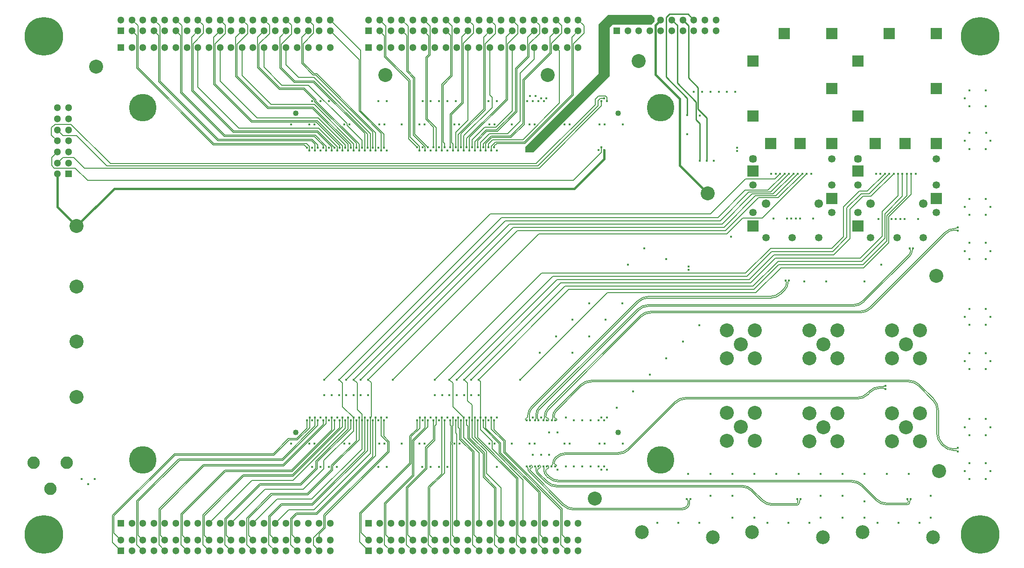
<source format=gbl>
G04 Layer_Physical_Order=4*
G04 Layer_Color=16711680*
%FSLAX25Y25*%
%MOIN*%
G70*
G01*
G75*
%ADD10C,0.00524*%
%ADD11C,0.00525*%
%ADD12C,0.00800*%
%ADD29C,0.00500*%
%ADD31C,0.01000*%
%ADD34C,0.01600*%
%ADD35C,0.05709*%
%ADD36C,0.05315*%
%ADD37R,0.07874X0.07874*%
%ADD38C,0.06102*%
%ADD39C,0.09843*%
%ADD40C,0.19685*%
%ADD41C,0.04016*%
%ADD42C,0.05118*%
%ADD43R,0.05118X0.05118*%
%ADD44C,0.10000*%
%ADD45R,0.05118X0.05118*%
%ADD46C,0.08858*%
%ADD47C,0.27559*%
%ADD48C,0.01600*%
%ADD63C,0.01500*%
%ADD64C,0.00524*%
%ADD65C,0.00525*%
G36*
X456000Y389300D02*
Y386400D01*
X453800Y384200D01*
X426300D01*
X424000Y381900D01*
X424000Y347500D01*
X369400Y292900D01*
X363800Y292900D01*
Y297000D01*
X416000Y349200D01*
X416000Y384600D01*
X422700Y391300D01*
X454000D01*
X456000Y389300D01*
D02*
G37*
D10*
X657878Y91660D02*
G03*
X661007Y84107I10682J0D01*
G01*
X657878Y108680D02*
G03*
X654949Y115751I-10000J0D01*
G01*
X662117Y82996D02*
G03*
X669981Y79739I7864J7864D01*
G01*
X644829Y125871D02*
G03*
X637758Y128800I-7071J-7071D01*
G01*
X411042D02*
G03*
X403971Y125871I0J-10000D01*
G01*
X672900Y79100D02*
G03*
X671357Y79739I-1543J-1543D01*
G01*
X386083Y102417D02*
G03*
X385400Y102700I-683J-683D01*
G01*
X386201Y102299D02*
G03*
X386200Y102300I-484J-482D01*
G01*
X386400Y101817D02*
G03*
X386201Y102299I-683J0D01*
G01*
X384500Y103824D02*
G03*
X384800Y103100I1024J0D01*
G01*
X386055Y107955D02*
G03*
X384500Y104200I3756J-3755D01*
G01*
X385059Y102841D02*
G03*
X385400Y102700I341J341D01*
G01*
X386259Y101459D02*
G03*
X386400Y101800I-341J341D01*
G01*
X386199Y101399D02*
G03*
X386200Y101400I-482J484D01*
G01*
X385717Y101200D02*
G03*
X386199Y101399I0J683D01*
G01*
X672900Y236800D02*
G03*
X671357Y237439I-1543J-1543D01*
G01*
X670800D02*
G03*
X664209Y234709I0J-9321D01*
G01*
X603071Y178178D02*
G03*
X610935Y181436I0J11122D01*
G01*
X453620Y178178D02*
G03*
X446549Y175249I0J-10000D01*
G01*
X380500Y102000D02*
G03*
X379600Y102900I-900J0D01*
G01*
X380763Y109463D02*
G03*
X378500Y104000I5463J-5463D01*
G01*
Y103700D02*
G03*
X379300Y102900I800J0D01*
G01*
X379098Y101202D02*
G03*
X379200Y101100I102J0D01*
G01*
X380000D02*
G03*
X380500Y101600I0J500D01*
G01*
X598058Y182878D02*
G03*
X605922Y186135I0J11122D01*
G01*
X451720Y182878D02*
G03*
X444649Y179949I0J-10000D01*
G01*
X374085Y109385D02*
G03*
X372600Y105800I3585J-3585D01*
G01*
Y102648D02*
G03*
X373200Y101200I2049J0D01*
G01*
X551995Y201305D02*
G03*
X551522Y200163I1142J-1142D01*
G01*
X549494Y194707D02*
G03*
X551522Y199604I-4898J4897D01*
G01*
X539423Y188778D02*
G03*
X546494Y191707I0J10000D01*
G01*
X451720Y188778D02*
G03*
X444649Y185849I0J-10000D01*
G01*
X368700Y109900D02*
G03*
X366700Y105072I4828J-4828D01*
G01*
Y102648D02*
G03*
X367300Y101200I2049J0D01*
G01*
X659000Y91660D02*
G03*
X661800Y84900I9560J0D01*
G01*
X671357Y80861D02*
G03*
X672900Y81500I0J2182D01*
G01*
X662910Y83790D02*
G03*
X669981Y80861I7071J7071D01*
G01*
X645622Y126664D02*
G03*
X637758Y129922I-7864J-7864D01*
G01*
X659000Y108680D02*
G03*
X655742Y116544I-11122J0D01*
G01*
X411042Y129922D02*
G03*
X403178Y126664I0J-11122D01*
G01*
X385262Y108749D02*
G03*
X383378Y104200I4549J-4549D01*
G01*
X382726Y101226D02*
G03*
X383378Y102800I-1574J1574D01*
G01*
X671357Y238561D02*
G03*
X672900Y239200I0J2182D01*
G01*
X670800Y238561D02*
G03*
X663415Y235502I0J-10443D01*
G01*
X603071Y179300D02*
G03*
X610142Y182229I0J10000D01*
G01*
X453620Y179300D02*
G03*
X445756Y176042I0J-11122D01*
G01*
X379969Y110256D02*
G03*
X377378Y104000I6256J-6256D01*
G01*
X376700Y101200D02*
G03*
X377378Y102837I-1637J1636D01*
G01*
X637924Y219724D02*
G03*
X639139Y222657I-2933J2933D01*
G01*
X598058Y184000D02*
G03*
X605129Y186929I0J10000D01*
G01*
X451720Y184000D02*
G03*
X443856Y180742I0J-11122D01*
G01*
X373291Y110178D02*
G03*
X371478Y105800I4378J-4378D01*
G01*
X550400Y199900D02*
G03*
X549976Y200924I-1448J0D01*
G01*
X538493Y189900D02*
G03*
X546358Y193158I0J11122D01*
G01*
X451720Y189900D02*
G03*
X443856Y186642I0J-11122D01*
G01*
X367907Y110693D02*
G03*
X365578Y105072I5622J-5622D01*
G01*
X364900Y102800D02*
G03*
X365578Y103478I0J678D01*
G01*
X363900Y102100D02*
G03*
X364800Y101200I900J0D01*
G01*
X364600Y102800D02*
G03*
X363900Y102100I0J-700D01*
G01*
X621100Y123700D02*
G03*
X619799Y124239I-1301J-1301D01*
G01*
X617381D02*
G03*
X610310Y121310I0J-10000D01*
G01*
X600871Y116478D02*
G03*
X608736Y119736I0J11122D01*
G01*
X478320Y116478D02*
G03*
X471249Y113549I0J-10000D01*
G01*
X430071Y76978D02*
G03*
X437935Y80235I0J11122D01*
G01*
X393120Y76978D02*
G03*
X386049Y74049I0J-10000D01*
G01*
X385985Y73985D02*
G03*
X384500Y70400I3585J-3585D01*
G01*
X385500Y68300D02*
G03*
X386200Y69000I0J700D01*
G01*
D02*
G03*
X385500Y69700I-700J0D01*
G01*
X384500Y70400D02*
G03*
X385200Y69700I700J0D01*
G01*
X604836Y55064D02*
G03*
X596971Y58322I-7864J-7864D01*
G01*
X637439Y43457D02*
G03*
X636800Y45000I-2182J0D01*
G01*
X380600Y68300D02*
G03*
X379800Y69100I-800J0D01*
G01*
X380749Y61251D02*
G03*
X387820Y58322I7071J7071D01*
G01*
X636600Y42000D02*
G03*
X637439Y42839I0J839D01*
G01*
X614971Y44929D02*
G03*
X622042Y42000I7071J7071D01*
G01*
X379800Y69100D02*
G03*
X379100Y68400I0J-700D01*
G01*
X379500Y66500D02*
G03*
X380600Y67600I0J1100D01*
G01*
X379199Y62801D02*
G03*
X379200Y62800I1932J1930D01*
G01*
X379100Y66500D02*
G03*
X378400Y65800I0J-700D01*
G01*
Y64731D02*
G03*
X379199Y62801I2731J0D01*
G01*
X526235Y51464D02*
G03*
X518371Y54722I-7864J-7864D01*
G01*
X558639Y43457D02*
G03*
X558000Y45000I-2182J0D01*
G01*
X379349Y57651D02*
G03*
X386420Y54722I7071J7071D01*
G01*
X557639Y41600D02*
G03*
X558639Y42600I0J1000D01*
G01*
X533171Y44529D02*
G03*
X540242Y41600I7071J7071D01*
G01*
X374100Y69200D02*
G03*
X373200Y68300I0J-900D01*
G01*
X374900Y68500D02*
G03*
X374200Y69200I-700J0D01*
G01*
X374100Y67100D02*
G03*
X374900Y67900I0J800D01*
G01*
X374100Y67100D02*
G03*
X372500Y65500I0J-1600D01*
G01*
Y65136D02*
G03*
X372950Y64050I1536J0D01*
G01*
X479647Y44653D02*
G03*
X479646Y44653I-854J-853D01*
G01*
X480000Y43800D02*
G03*
X479647Y44653I-1207J0D01*
G01*
X475437Y38300D02*
G03*
X479300Y39900I0J5463D01*
G01*
X391271Y41229D02*
G03*
X398342Y38300I7071J7071D01*
G01*
X368700Y68500D02*
G03*
X367900Y69300I-800J0D01*
G01*
D02*
G03*
X367300Y68700I0J-600D01*
G01*
X367900Y66800D02*
G03*
X368700Y67600I0J800D01*
G01*
X367600Y66800D02*
G03*
X367000Y66200I0J-600D01*
G01*
Y65958D02*
G03*
X367324Y65176I1106J0D01*
G01*
X619316Y125361D02*
G03*
X621100Y126100I0J2523D01*
G01*
X617381Y125361D02*
G03*
X609517Y122103I0J-11122D01*
G01*
X600871Y117600D02*
G03*
X607942Y120529I0J10000D01*
G01*
X478320Y117600D02*
G03*
X470456Y114342I0J-11122D01*
G01*
X430071Y78100D02*
G03*
X437142Y81029I0J10000D01*
G01*
X393120Y78100D02*
G03*
X385256Y74842I0J-11122D01*
G01*
X385191Y74778D02*
G03*
X383378Y70400I4378J-4378D01*
G01*
X639200Y45000D02*
G03*
X638561Y43457I1543J-1543D01*
G01*
X604042Y54271D02*
G03*
X596971Y57200I-7071J-7071D01*
G01*
X636600Y40878D02*
G03*
X638561Y42839I0J1961D01*
G01*
X614178Y44135D02*
G03*
X622042Y40878I7864J7864D01*
G01*
X377278Y67722D02*
G03*
X376700Y68300I-578J0D01*
G01*
X377278Y64731D02*
G03*
X378407Y62007I3853J0D01*
G01*
X379956Y60458D02*
G03*
X387820Y57200I7864J7864D01*
G01*
X560400Y45000D02*
G03*
X559761Y43457I1543J-1543D01*
G01*
X525442Y50671D02*
G03*
X518371Y53600I-7071J-7071D01*
G01*
X557639Y40478D02*
G03*
X559761Y42600I0J2122D01*
G01*
X532378Y43736D02*
G03*
X540242Y40478I7864J7864D01*
G01*
X371378Y67722D02*
G03*
X370800Y68300I-578J0D01*
G01*
X378556Y56858D02*
G03*
X386420Y53600I7864J7864D01*
G01*
X371378Y65136D02*
G03*
X372157Y63257I2658J0D01*
G01*
X481562Y44862D02*
G03*
X481122Y43800I1062J-1062D01*
G01*
X475437Y37178D02*
G03*
X480093Y39107I0J6585D01*
G01*
X390474Y40435D02*
G03*
X398338Y37178I7864J7864D01*
G01*
X480093Y39107D02*
G03*
X481122Y41590I-2483J2483D01*
G01*
X479300Y39900D02*
G03*
X480000Y41590I-1690J1690D01*
G01*
X548700Y195500D02*
G03*
X550400Y199604I-4104J4104D01*
G01*
X382600Y68300D02*
G03*
X383378Y70178I-1878J1878D01*
G01*
X640900Y224200D02*
G03*
X640261Y222657I1543J-1543D01*
G01*
X639139Y222657D02*
G03*
X638500Y224200I-2182J0D01*
G01*
X370800Y101200D02*
G03*
X371478Y102837I-1637J1637D01*
G01*
X638717Y218931D02*
G03*
X640261Y222657I-3727J3727D01*
G01*
X661007Y84107D02*
X662117Y82996D01*
X669981Y79739D02*
X671357D01*
X411042Y128800D02*
X637758D01*
X644829Y125871D02*
X654949Y115751D01*
X657878Y91660D02*
Y108680D01*
X386400Y101800D02*
Y101817D01*
X386055Y107955D02*
X403971Y125871D01*
X386200Y102300D02*
X386201Y102299D01*
X386083Y102417D02*
X386200Y102300D01*
X386201Y102299D01*
X384500Y103824D02*
Y104200D01*
X384800Y103100D02*
X385059Y102841D01*
X386200Y101400D02*
X386259Y101459D01*
X386199Y101399D02*
X386200Y101400D01*
X386199Y101399D02*
X386200Y101400D01*
X385100Y101200D02*
X385717D01*
X670800Y237439D02*
X671357D01*
X453620Y178178D02*
X603071D01*
X380763Y109463D02*
X446549Y175249D01*
X380500Y101600D02*
Y102000D01*
X379300Y102900D02*
X379600D01*
X378500Y103700D02*
Y104000D01*
X379200Y101100D02*
X380000D01*
X451720Y182878D02*
X598058D01*
X374085Y109385D02*
X444649Y179949D01*
X372600Y102648D02*
Y105800D01*
X551522Y199604D02*
Y200163D01*
X546494Y191707D02*
X549494Y194707D01*
X451720Y188778D02*
X539423D01*
X368700Y109900D02*
X444649Y185849D01*
X366700Y102648D02*
Y105072D01*
X659000Y91660D02*
Y108680D01*
X661800Y84900D02*
X662910Y83790D01*
X669981Y80861D02*
X671357D01*
X411042Y129922D02*
X637758D01*
X385262Y108749D02*
X403178Y126664D01*
X383378Y102800D02*
Y104200D01*
X382700Y101200D02*
X382726Y101226D01*
X670800Y238561D02*
X671357D01*
X610142Y182229D02*
X663415Y235502D01*
X453620Y179300D02*
X603071D01*
X377378Y102837D02*
Y104000D01*
X376700Y101200D02*
X377080Y101580D01*
X376700Y101200D02*
X376700Y101200D01*
X605129Y186929D02*
X637924Y219724D01*
X451720Y184000D02*
X598058D01*
X373291Y110178D02*
X443856Y180742D01*
X371478Y102837D02*
Y105800D01*
X550400Y199604D02*
Y199900D01*
X549976Y200924D02*
X549976Y200924D01*
X549700Y201200D02*
X549976Y200924D01*
X549976Y200924D01*
X451720Y189900D02*
X538493D01*
X365578Y103478D02*
Y105072D01*
X364600Y102800D02*
X364900D01*
X364800Y101200D02*
X364900D01*
X617381Y124239D02*
X619799D01*
X608736Y119736D02*
X610310Y121310D01*
X478320Y116478D02*
X600871D01*
X437935Y80235D02*
X471249Y113549D01*
X393120Y76978D02*
X430071D01*
X385985Y73985D02*
X386049Y74049D01*
X385200Y69700D02*
X385500D01*
X384500Y70400D02*
Y70400D01*
X385000Y68300D02*
X385500D01*
X604836Y55064D02*
X614971Y44929D01*
X380600Y67600D02*
Y68300D01*
X387820Y58322D02*
X596971D01*
X637439Y42839D02*
Y43457D01*
X622042Y42000D02*
X636600D01*
X379100Y66500D02*
X379500D01*
X379100Y68300D02*
Y68400D01*
X379199Y62801D02*
X379200Y62800D01*
X380749Y61251D01*
X379199Y62801D02*
X379200Y62800D01*
X378400Y64731D02*
Y65800D01*
X526235Y51464D02*
X533171Y44529D01*
X374900Y67900D02*
Y68500D01*
X386420Y54722D02*
X518371D01*
X558639Y42600D02*
Y43457D01*
X540242Y41600D02*
X557639D01*
X374100Y69200D02*
X374200D01*
X372950Y64050D02*
X379349Y57651D01*
X372500Y65136D02*
Y65500D01*
X480000Y41590D02*
Y43800D01*
X368700Y67600D02*
Y68500D01*
X479646Y44653D02*
X479647Y44653D01*
X479646Y44653D02*
X479647Y44653D01*
X479300Y45000D02*
X479646Y44653D01*
X398342Y38300D02*
X475437D01*
X367300Y68300D02*
Y68700D01*
X367600Y66800D02*
X367900D01*
X367324Y65176D02*
X391271Y41229D01*
X367000Y65958D02*
Y66200D01*
X617381Y125361D02*
X619316D01*
X607942Y120529D02*
X609517Y122103D01*
X478320Y117600D02*
X600871D01*
X437142Y81029D02*
X470456Y114342D01*
X393120Y78100D02*
X430071D01*
X385191Y74778D02*
X385256Y74842D01*
X383378Y70178D02*
Y70400D01*
X638561Y42839D02*
Y43457D01*
X387820Y57200D02*
X596971D01*
X604042Y54271D02*
X614178Y44135D01*
X622042Y40878D02*
X636600D01*
X378407Y62007D02*
X379956Y60458D01*
X377278Y64731D02*
Y67722D01*
X525442Y50671D02*
X532378Y43736D01*
X559761Y42600D02*
Y43457D01*
X540242Y40478D02*
X557639D01*
X386420Y53600D02*
X518371D01*
X371378Y65136D02*
Y67722D01*
X481562Y44862D02*
X481700Y45000D01*
X481122Y41590D02*
Y43800D01*
X398338Y37178D02*
X475437D01*
X367036Y63873D02*
X390474Y40435D01*
X372157Y63257D02*
X378556Y56858D01*
X367907Y110693D02*
X443856Y186642D01*
X546358Y193158D02*
X548700Y195500D01*
X605922Y186135D02*
X638717Y218931D01*
X645622Y126664D02*
X655742Y116544D01*
X379969Y110256D02*
X445756Y176042D01*
X610935Y181436D02*
X664209Y234709D01*
D11*
X365575Y67400D02*
G03*
X367036Y63873I4988J0D01*
G01*
X365575Y67400D02*
G03*
X365416Y67784I-543J0D01*
G01*
X365416Y67784D02*
X365416Y67784D01*
X364900Y68300D02*
X365416Y67784D01*
X365416Y67784D01*
D12*
X25400Y289179D02*
X29528Y293307D01*
X25300Y310600D02*
X27800Y313100D01*
X25300Y305409D02*
Y310600D01*
Y305409D02*
X29528Y301181D01*
X39300Y313100D02*
X67500Y284900D01*
X27800Y313100D02*
X39300D01*
X29528Y309055D02*
X33583Y305000D01*
X43100D01*
X64900Y283200D01*
X418300Y326200D02*
Y329500D01*
X373700Y281600D02*
X418300Y326200D01*
X421046Y333400D02*
X422300Y332146D01*
Y329500D02*
Y332146D01*
X64900Y283200D02*
X372800D01*
X67500Y284900D02*
X371600D01*
X372800Y283200D02*
X415800Y326200D01*
Y330000D01*
X417400Y331600D01*
X420300D01*
X416000Y333400D02*
X421046D01*
X371600Y284900D02*
X413700Y327000D01*
Y331100D01*
X416000Y333400D01*
X398200Y273000D02*
X418300Y293100D01*
Y296500D01*
X29528Y285433D02*
X33494Y289400D01*
X41000D01*
X48800Y281600D01*
X373700D01*
X25400Y283600D02*
X27300Y281700D01*
X42300D01*
X51000Y273000D01*
X25400Y283600D02*
Y289179D01*
X51000Y273000D02*
X398200D01*
D29*
X602500Y265200D02*
X608200D01*
X591200Y253900D02*
X602500Y265200D01*
X591200Y232700D02*
Y253900D01*
X603700Y263300D02*
X609500D01*
X593600Y253200D02*
X603700Y263300D01*
X593600Y232200D02*
Y253200D01*
X608200Y265200D02*
X620700Y277700D01*
X609500Y263300D02*
X623900Y277700D01*
X605000Y261500D02*
X610800D01*
X595800Y252300D02*
X605000Y261500D01*
X595800Y231200D02*
Y252300D01*
X610800Y261500D02*
X627000Y277700D01*
X537200Y265800D02*
X549100Y277700D01*
X520918Y265800D02*
X537200D01*
X501575Y246457D02*
X520918Y265800D01*
X539000Y264500D02*
X552200Y277700D01*
X523555Y264500D02*
X539000D01*
X503150Y244094D02*
X523555Y264500D01*
X519100Y245900D02*
X533000D01*
X507846Y234646D02*
X519100Y245900D01*
X373546Y234646D02*
X507846D01*
X533000Y245900D02*
X564800Y277700D01*
X544600Y260600D02*
X561700Y277700D01*
X530400Y260600D02*
X544600D01*
X542700Y261900D02*
X558500Y277700D01*
X528300Y261900D02*
X542700D01*
X540900Y263200D02*
X555400Y277700D01*
X525798Y263200D02*
X540900D01*
X504331Y241732D02*
X525798Y263200D01*
X505770Y239370D02*
X528300Y261900D01*
X506808Y237008D02*
X530400Y260600D01*
X358108Y237008D02*
X506808D01*
X355270Y239370D02*
X505770D01*
X542000Y273800D02*
X545900Y277700D01*
X521200Y273800D02*
X542000D01*
X496219Y248819D02*
X521200Y273800D01*
X338719Y248819D02*
X496219D01*
X251500Y130400D02*
X253700Y128200D01*
Y104011D02*
Y128200D01*
X252989Y103300D02*
X253700Y104011D01*
X605536Y210236D02*
X623600Y228300D01*
X546336Y210236D02*
X605536D01*
X528620Y192520D02*
X546336Y210236D01*
X604998Y212598D02*
X622100Y229700D01*
X544898Y212598D02*
X604998D01*
X527182Y194882D02*
X544898Y212598D01*
X604261Y214961D02*
X620800Y231500D01*
X544361Y214961D02*
X604261D01*
X526644Y197244D02*
X544361Y214961D01*
X603023Y217323D02*
X618800Y233100D01*
X542423Y217323D02*
X603023D01*
X524706Y199606D02*
X542423Y217323D01*
X584285Y219685D02*
X595800Y231200D01*
X541385Y219685D02*
X584285D01*
X523668Y201969D02*
X541385Y219685D01*
X583447Y222047D02*
X593600Y232200D01*
X539947Y222047D02*
X583447D01*
X522231Y204331D02*
X539947Y222047D01*
X582909Y224410D02*
X591200Y232700D01*
X539010Y224410D02*
X582909D01*
X521293Y206693D02*
X539010Y224410D01*
X422320Y192520D02*
X528620D01*
X360200Y130400D02*
X422320Y192520D01*
X394882Y194882D02*
X527182D01*
X330400Y130400D02*
X394882Y194882D01*
X392044Y197244D02*
X526644D01*
X325200Y130400D02*
X392044Y197244D01*
X389206Y199606D02*
X524706D01*
X320000Y130400D02*
X389206Y199606D01*
X386368Y201969D02*
X523668D01*
X314800Y130400D02*
X386368Y201969D01*
X383531Y204331D02*
X522231D01*
X309600Y130400D02*
X383531Y204331D01*
X375493Y206693D02*
X521293D01*
X299200Y130400D02*
X375493Y206693D01*
X623600Y228300D02*
Y246900D01*
X639600Y262900D01*
Y277700D01*
X622100Y229700D02*
Y247700D01*
X636500Y262100D01*
Y277700D01*
X633300Y261600D02*
Y277700D01*
X620800Y249100D02*
X633300Y261600D01*
X620800Y231500D02*
Y249100D01*
X618800Y233100D02*
Y250600D01*
X630200Y262000D01*
Y277700D01*
X331689Y103300D02*
X331950Y103561D01*
Y128850D01*
X330400Y130400D02*
X331950Y128850D01*
X325789Y101200D02*
Y112211D01*
X322600Y115400D02*
X325789Y112211D01*
X322600Y115400D02*
Y127800D01*
X320000Y130400D02*
X322600Y127800D01*
X312200Y110989D02*
X319889Y103300D01*
X312200Y110989D02*
Y127800D01*
X309600Y130400D02*
X312200Y127800D01*
X346757Y246457D02*
X501575D01*
X230700Y130400D02*
X346757Y246457D01*
X220300Y130400D02*
X338719Y248819D01*
X269300Y130400D02*
X373546Y234646D01*
X349594Y244094D02*
X503150D01*
X235900Y130400D02*
X349594Y244094D01*
X352432Y241732D02*
X504331D01*
X241100Y130400D02*
X352432Y241732D01*
X246300Y130400D02*
X355270Y239370D01*
X251500Y130400D02*
X358108Y237008D01*
X241100Y130400D02*
X243700Y127800D01*
Y109000D02*
Y127800D01*
Y109000D02*
X247089Y105611D01*
X230700Y130400D02*
X233300Y127800D01*
Y111089D02*
Y127800D01*
Y111089D02*
X241089Y103300D01*
X247089Y101200D02*
Y105611D01*
X341600Y297500D02*
X343400Y299300D01*
X339500Y297400D02*
X342400Y300300D01*
X339500Y294400D02*
Y297400D01*
X337600Y299000D02*
X340500Y301900D01*
X337600Y296500D02*
Y299000D01*
X339486Y304600D02*
X353086D01*
X333700Y296500D02*
Y298814D01*
X339486Y304600D01*
X339900Y303600D02*
X353500D01*
X335600Y299300D02*
X339900Y303600D01*
X335600Y294400D02*
Y299300D01*
X321900Y303014D02*
X350000Y331114D01*
X321900Y296500D02*
Y303014D01*
X334700Y311000D02*
X342800D01*
X325800Y302100D02*
X334700Y311000D01*
X325800Y296500D02*
Y302100D01*
X335886Y308900D02*
X343286D01*
X327700Y294400D02*
Y300714D01*
X335886Y308900D01*
X336300Y307900D02*
X343700D01*
X329800Y301400D02*
X336300Y307900D01*
X329800Y296500D02*
Y301400D01*
X342800Y311000D02*
X354331Y322531D01*
X315900Y294400D02*
Y305614D01*
X334100Y323814D02*
Y375439D01*
X315900Y305614D02*
X334100Y323814D01*
X317900Y306200D02*
X335100Y323400D01*
X317900Y296500D02*
Y306200D01*
X322835Y316035D02*
Y368110D01*
X314000Y307200D02*
X322835Y316035D01*
X314000Y296500D02*
Y307200D01*
X292800Y316586D02*
Y360900D01*
X298300Y296500D02*
Y311086D01*
X292800Y316586D02*
X298300Y311086D01*
X300200Y294400D02*
Y310600D01*
X293800Y317000D02*
X300200Y310600D01*
X293800Y317000D02*
Y360486D01*
X288300Y294400D02*
Y297200D01*
X281400Y304100D02*
X288300Y297200D01*
X281400Y304100D02*
Y344514D01*
X259842Y387795D02*
X264300Y383338D01*
Y361614D02*
Y383338D01*
Y361614D02*
X281400Y344514D01*
X259842Y379921D02*
X263300Y376464D01*
Y361200D02*
Y376464D01*
Y361200D02*
X280400Y344100D01*
X275591Y387795D02*
X280000Y383386D01*
Y351214D02*
Y383386D01*
Y351214D02*
X284900Y346314D01*
X275591Y379921D02*
X279000Y376512D01*
Y350800D02*
Y376512D01*
Y350800D02*
X283900Y345900D01*
X291339Y387795D02*
X295800Y383334D01*
X293800Y360486D02*
X295800Y362486D01*
Y383334D01*
X291339Y379921D02*
X294800Y376460D01*
Y362900D02*
Y376460D01*
X292800Y360900D02*
X294800Y362900D01*
X311100Y319986D02*
X319400Y328286D01*
X318400Y375487D02*
X322835Y379921D01*
X318400Y328700D02*
Y375487D01*
X310100Y320400D02*
X318400Y328700D01*
X334100Y375439D02*
X338583Y379921D01*
X365600Y375443D02*
X370079Y379921D01*
X397100Y375447D02*
X401575Y379921D01*
X363000Y344586D02*
X382400Y363986D01*
X381400Y375495D02*
X385827Y379921D01*
X381400Y364400D02*
Y375495D01*
X307087Y387795D02*
X311500Y383382D01*
X305100Y341086D02*
X311500Y347486D01*
Y383382D01*
X307087Y379921D02*
X310500Y376508D01*
Y347900D02*
Y376508D01*
X304100Y341500D02*
X310500Y347900D01*
X341600Y296500D02*
Y297500D01*
X401575Y387795D02*
X405900Y383470D01*
X354331Y322531D02*
Y368110D01*
X350000Y331114D02*
Y375591D01*
X323800Y303500D02*
X351000Y330700D01*
X323800Y294400D02*
Y303500D01*
X340000Y325000D02*
Y332400D01*
X319800Y304800D02*
X340000Y325000D01*
X319800Y294400D02*
Y304800D01*
X385827Y387795D02*
X389900Y383722D01*
X370079Y387795D02*
X374000Y383874D01*
X350000Y375591D02*
X354331Y379921D01*
Y387795D02*
X358400Y383726D01*
X338583Y333817D02*
X340000Y332400D01*
X338583Y333817D02*
Y368110D01*
X338583Y387795D02*
X342500Y383878D01*
X322835Y387795D02*
X326800Y383830D01*
X311100Y300000D02*
Y319986D01*
Y300000D02*
X312000Y299100D01*
Y294400D02*
Y299100D01*
X310100Y296500D02*
Y320400D01*
X305100Y300200D02*
Y341086D01*
Y300200D02*
X306100Y299200D01*
Y296500D02*
Y299200D01*
X304100Y294400D02*
Y341500D01*
X284900Y305900D02*
Y346314D01*
Y305900D02*
X294300Y296500D01*
X292300Y294400D02*
Y297000D01*
X283900Y305400D02*
X292300Y297000D01*
X283900Y305400D02*
Y345900D01*
X280400Y302500D02*
X286400Y296500D01*
X280400Y302500D02*
Y344100D01*
X262800Y296400D02*
Y306114D01*
X246200Y322714D02*
X262800Y306114D01*
X246200Y322714D02*
Y366005D01*
X224410Y387795D02*
X246200Y366005D01*
X245000Y322500D02*
Y359331D01*
Y322500D02*
X260800Y306700D01*
Y294400D02*
Y306700D01*
X254900Y296400D02*
Y307686D01*
X214286Y348300D02*
X254900Y307686D01*
X212300Y348300D02*
X214286D01*
X256900Y294400D02*
Y307100D01*
X214700Y349300D02*
X256900Y307100D01*
X212714Y349300D02*
X214700D01*
X253000Y294400D02*
Y306400D01*
X212800Y346600D02*
X253000Y306400D01*
X201900Y346600D02*
X212800D01*
X249000Y294400D02*
Y306486D01*
X212486Y343000D02*
X249000Y306486D01*
X198700Y343000D02*
X212486D01*
X251000Y296400D02*
Y305900D01*
X212900Y344000D02*
X251000Y305900D01*
X199114Y344000D02*
X212900D01*
X247000Y296400D02*
Y301767D01*
X236350Y312417D02*
X247000Y301767D01*
X189900Y341100D02*
X208833D01*
X236350Y312417D02*
Y313583D01*
X208833Y341100D02*
X236350Y313583D01*
X241100Y294400D02*
Y299100D01*
X213000Y327200D02*
X241100Y299100D01*
X182300Y327200D02*
X213000D01*
X245100Y294400D02*
Y298914D01*
X214250Y329764D02*
X245100Y298914D01*
X214250Y329764D02*
Y330598D01*
X243100Y296400D02*
Y299500D01*
X213250Y329350D02*
X243100Y299500D01*
X213250Y329350D02*
Y330183D01*
X188614Y338900D02*
X205948D01*
X205533Y337900D02*
X213250Y330183D01*
X188200Y337900D02*
X205533D01*
X205948Y338900D02*
X214250Y330598D01*
X161417Y348083D02*
X182300Y327200D01*
X212300Y325300D02*
X239100Y298500D01*
X156852Y347348D02*
X179900Y324300D01*
X211886D01*
X237200Y298986D01*
X180314Y325300D02*
X212300D01*
X157852Y347762D02*
X180314Y325300D01*
X215700Y317700D02*
X235200Y298200D01*
X172000Y317700D02*
X215700D01*
X145669Y344031D02*
X172000Y317700D01*
X215050Y315750D02*
X233300Y297500D01*
X141104Y341696D02*
X168100Y314700D01*
X214636Y314750D02*
X231300Y298086D01*
X195817Y314750D02*
X214636D01*
X195402Y315750D02*
X215050D01*
X195352Y315700D02*
X195402Y315750D01*
X168514Y315700D02*
X195352D01*
X195767Y314700D02*
X195817Y314750D01*
X168100Y314700D02*
X195767D01*
X142104Y342110D02*
X168514Y315700D01*
X237200Y294400D02*
Y298986D01*
X239100Y296400D02*
Y298500D01*
X235200Y296400D02*
Y298200D01*
X231300Y296400D02*
Y298086D01*
X233300Y294400D02*
Y297500D01*
X229400Y294400D02*
Y297100D01*
X216100Y310400D02*
X229400Y297100D01*
X159300Y310400D02*
X216100D01*
X225400Y294400D02*
Y296986D01*
X215186Y307200D02*
X225400Y296986D01*
X155100Y307200D02*
X215186D01*
X215600Y308200D02*
X227400Y296400D01*
X155514Y308200D02*
X215600D01*
X219500Y296400D02*
Y297986D01*
X213286Y304200D02*
X219500Y297986D01*
X148800Y304200D02*
X213286D01*
X221500Y294400D02*
Y297400D01*
X213700Y305200D02*
X221500Y297400D01*
X149214Y305200D02*
X213700D01*
X129921Y339779D02*
X159300Y310400D01*
X125356Y336944D02*
X155100Y307200D01*
X126356Y337358D02*
X155514Y308200D01*
X117482Y335518D02*
X148800Y304200D01*
X118482Y335932D02*
X149214Y305200D01*
X101734Y343666D02*
X144000Y301400D01*
X211100D02*
X213600Y298900D01*
X144000Y301400D02*
X211100D01*
X211514Y302400D02*
X215500Y298414D01*
X144414Y302400D02*
X211514D01*
X102734Y344080D02*
X144414Y302400D01*
X224410Y379921D02*
X245000Y359331D01*
X208661Y387795D02*
X212600Y383857D01*
X205097Y356918D02*
X212714Y349300D01*
X204097Y356504D02*
X212300Y348300D01*
X204097Y356504D02*
Y375356D01*
X208661Y379921D01*
X85986Y353314D02*
X140900Y298400D01*
X205700D02*
X207700Y296400D01*
X140900Y298400D02*
X205700D01*
X207600Y299400D02*
X209600Y297400D01*
X141314Y299400D02*
X207600D01*
X86986Y353728D02*
X141314Y299400D01*
X192913Y355587D02*
X201900Y346600D01*
X192913Y355587D02*
Y368110D01*
Y387795D02*
X196900Y383809D01*
X189348Y353766D02*
X199114Y344000D01*
X188348Y353352D02*
X198700Y343000D01*
X188348Y353352D02*
Y375356D01*
X192913Y379921D01*
X177165Y353835D02*
Y368110D01*
Y353835D02*
X189900Y341100D01*
X173600Y353914D02*
X188614Y338900D01*
X177165Y387795D02*
X181100Y383861D01*
X172600Y353500D02*
X188200Y337900D01*
X172600Y353500D02*
Y375356D01*
X177165Y379921D01*
X161417Y348083D02*
Y368110D01*
Y387795D02*
X165400Y383813D01*
X156852Y347348D02*
Y375356D01*
X161417Y379921D01*
X145669Y344031D02*
Y368110D01*
Y387795D02*
X149600Y383865D01*
X141104Y341696D02*
Y375356D01*
X145669Y379921D01*
X129921Y339779D02*
Y368110D01*
Y387795D02*
X133900Y383817D01*
X125356Y336944D02*
Y375356D01*
X129921Y379921D01*
X118482Y335932D02*
Y383486D01*
X114173Y387795D02*
X118482Y383486D01*
X117482Y335518D02*
Y376612D01*
X265500Y79100D02*
Y85700D01*
X219900Y33500D02*
X265500Y79100D01*
X260789Y90411D02*
X265500Y85700D01*
X114173Y379921D02*
X117482Y376612D01*
X98425Y387795D02*
X102734Y383486D01*
Y344080D02*
Y383486D01*
X215500Y296400D02*
Y298414D01*
X213600Y294400D02*
Y298900D01*
X101734Y343666D02*
Y376612D01*
X98425Y379921D02*
X101734Y376612D01*
X82677Y387795D02*
X86986Y383486D01*
Y353728D02*
Y383486D01*
X209600Y294400D02*
Y297400D01*
X85986Y353314D02*
Y376612D01*
X82677Y379921D02*
X85986Y376612D01*
X341489Y94611D02*
Y101200D01*
X339589Y95097D02*
Y103300D01*
X316889Y87697D02*
Y95411D01*
X317889Y88111D02*
X318650Y87350D01*
X317889Y88111D02*
Y101200D01*
X346457Y27559D02*
Y52943D01*
X336100Y63300D02*
X346457Y52943D01*
X341892Y12439D02*
Y52594D01*
X333700Y60786D02*
X341892Y52594D01*
X342892Y19313D02*
Y53008D01*
X334700Y61200D02*
X342892Y53008D01*
X321889Y98111D02*
X322789Y97211D01*
X315889Y96411D02*
X316889Y95411D01*
X314961Y27559D02*
Y91239D01*
X313989Y92211D02*
X314961Y91239D01*
X321889Y98111D02*
Y101200D01*
X315889Y96411D02*
Y103300D01*
X313989Y92211D02*
Y101200D01*
X310652Y85810D02*
Y97248D01*
X309989Y97911D02*
X310652Y97248D01*
X309989Y97911D02*
Y101200D01*
X310639Y12196D02*
Y85798D01*
X310652Y85810D01*
X311639Y85383D02*
X311652Y85396D01*
X311639Y84017D02*
Y85383D01*
Y84017D02*
X311652Y84004D01*
Y85396D02*
Y97452D01*
X311989Y97789D01*
Y103300D01*
X306089Y63575D02*
Y101200D01*
X295648Y53133D02*
X306089Y63575D01*
X295648Y19313D02*
Y53133D01*
X304089Y62989D02*
Y103300D01*
X294648Y53548D02*
X304089Y62989D01*
X294648Y12439D02*
Y53548D01*
X299189Y87075D02*
Y97289D01*
X293500Y81386D02*
X299189Y87075D01*
X293500Y66500D02*
Y81386D01*
X298189Y87489D02*
Y101200D01*
X292500Y81800D02*
X298189Y87489D01*
X292500Y66914D02*
Y81800D01*
X299189Y97289D02*
X300189Y98289D01*
Y103300D01*
X279900Y52900D02*
X293500Y66500D01*
X278900Y53314D02*
X292500Y66914D01*
X294289Y96675D02*
Y101200D01*
X284233Y86619D02*
X294289Y96675D01*
X284233Y61686D02*
Y86619D01*
X264152Y41604D02*
X284233Y61686D01*
X263152Y42018D02*
X283233Y62100D01*
X292289Y96089D02*
Y103300D01*
X283233Y87033D02*
X292289Y96089D01*
X283233Y62100D02*
Y87033D01*
X288389Y95675D02*
Y103300D01*
X282200Y89486D02*
X288389Y95675D01*
X282200Y70200D02*
Y89486D01*
X246600Y34600D02*
X282200Y70200D01*
X245600Y35014D02*
X281200Y70614D01*
X286389Y95089D02*
Y101200D01*
X281200Y89900D02*
X286389Y95089D01*
X281200Y70614D02*
Y89900D01*
X220900Y24286D02*
Y33086D01*
X216535Y19921D02*
X220900Y24286D01*
X216535Y15748D02*
Y19921D01*
X219900Y24700D02*
Y33500D01*
X212600Y17400D02*
X219900Y24700D01*
X212600Y11809D02*
Y17400D01*
X262789Y89825D02*
Y101200D01*
Y89825D02*
X266500Y86114D01*
Y78686D02*
Y86114D01*
X220900Y33086D02*
X266500Y78686D01*
X260789Y90411D02*
Y103300D01*
X233289Y96675D02*
Y103300D01*
X162600Y61200D02*
X197814D01*
X233289Y96675D01*
X231289Y96089D02*
Y101200D01*
X197400Y62200D02*
X231289Y96089D01*
X162186Y62200D02*
X197400D01*
X256889Y75975D02*
Y103300D01*
X214914Y34000D02*
X256889Y75975D01*
X200614Y34000D02*
X214914D01*
X254889Y75389D02*
Y101200D01*
X214500Y35000D02*
X254889Y75389D01*
X200200Y35000D02*
X214500D01*
X194880Y37400D02*
X212700D01*
X252989Y77689D02*
Y103300D01*
X212700Y37400D02*
X252989Y77689D01*
X250989Y79775D02*
Y101200D01*
X189914Y40700D02*
X211914D01*
X250989Y79775D01*
X248989Y79189D02*
Y103300D01*
X211500Y41700D02*
X248989Y79189D01*
X189500Y41700D02*
X211500D01*
X247089Y80789D02*
Y101200D01*
X211200Y44900D02*
X247089Y80789D01*
X186632Y44900D02*
X211200D01*
X245089Y87375D02*
Y103300D01*
X226200Y68486D02*
X245089Y87375D01*
X226200Y65486D02*
Y68486D01*
X208614Y47900D02*
X226200Y65486D01*
X182700Y47900D02*
X208614D01*
X243089Y86789D02*
Y101200D01*
X225200Y68900D02*
X243089Y86789D01*
X225200Y65900D02*
Y68900D01*
X182286Y48900D02*
X208200D01*
X225200Y65900D01*
X219800Y66500D02*
Y72500D01*
X205100Y51800D02*
X219800Y66500D01*
X177784Y51800D02*
X205100D01*
X214300Y66914D02*
Y71914D01*
X237189Y94803D02*
Y103300D01*
X214300Y71914D02*
X237189Y94803D01*
X239189Y95389D02*
Y101200D01*
X215300Y71500D02*
X239189Y95389D01*
X215300Y66500D02*
Y71500D01*
X241089Y93789D02*
Y103300D01*
X219800Y72500D02*
X241089Y93789D01*
X203186Y55800D02*
X214300Y66914D01*
X174100Y55800D02*
X203186D01*
X203600Y54800D02*
X215300Y66500D01*
X174514Y54800D02*
X203600D01*
X197900Y58400D02*
X235289Y95789D01*
X168636Y58400D02*
X197900D01*
X235289Y95789D02*
Y101200D01*
X225389Y94303D02*
Y103300D01*
X196786Y65700D02*
X225389Y94303D01*
X148986Y65700D02*
X196786D01*
X227389Y94889D02*
Y101200D01*
X197200Y64700D02*
X227389Y94889D01*
X149400Y64700D02*
X197200D01*
X213589Y97203D02*
Y103300D01*
X190086Y73700D02*
X213589Y97203D01*
X116286Y73700D02*
X190086D01*
X215589Y97789D02*
Y101200D01*
X190500Y72700D02*
X215589Y97789D01*
X116700Y72700D02*
X190500D01*
X219489Y98403D02*
Y101200D01*
X190686Y69600D02*
X219489Y98403D01*
X133786Y69600D02*
X190686D01*
X221489Y98989D02*
Y103300D01*
X191100Y68600D02*
X221489Y98989D01*
X134200Y68600D02*
X191100D01*
X207689Y95503D02*
Y101200D01*
X200486Y88300D02*
X207689Y95503D01*
X194600Y88300D02*
X200486D01*
X209689Y96089D02*
Y103300D01*
X200900Y87300D02*
X209689Y96089D01*
X195014Y87300D02*
X200900D01*
X113400Y76400D02*
X184114D01*
X195014Y87300D01*
X183700Y77400D02*
X194600Y88300D01*
X112986Y77400D02*
X183700D01*
X246600Y21117D02*
X251969Y15748D01*
X246600Y21117D02*
Y34600D01*
X245600Y14243D02*
Y35014D01*
Y14243D02*
X251969Y7874D01*
X315889Y103300D02*
X315939Y103250D01*
X311652Y19057D02*
Y84004D01*
X310639Y12196D02*
X314961Y7874D01*
X311652Y19057D02*
X314961Y15748D01*
X264152Y19313D02*
Y41604D01*
X263152Y12439D02*
Y42018D01*
X278900Y12439D02*
Y53314D01*
X279900Y19313D02*
Y52900D01*
X294289Y101200D02*
X294339Y101150D01*
X390136Y19313D02*
X393701Y15748D01*
X389136Y12439D02*
X393701Y7874D01*
X374388Y19313D02*
X377953Y15748D01*
X373388Y12439D02*
X377953Y7874D01*
X358640Y19313D02*
X362205Y15748D01*
X357640Y12439D02*
X362205Y7874D01*
X342892Y19313D02*
X346457Y15748D01*
X341892Y12439D02*
X346457Y7874D01*
X327144Y19313D02*
X330709Y15748D01*
X326144Y12439D02*
X330709Y7874D01*
X295648Y19313D02*
X299213Y15748D01*
X294648Y12439D02*
X299213Y7874D01*
X279900Y19313D02*
X283465Y15748D01*
X278900Y12439D02*
X283465Y7874D01*
X264152Y19313D02*
X267717Y15748D01*
X263152Y12439D02*
X267717Y7874D01*
X212600Y11809D02*
X216535Y7874D01*
X197222Y30608D02*
X200614Y34000D01*
X196222Y31022D02*
X200200Y35000D01*
X185039Y27559D02*
X194880Y37400D01*
X180474Y32674D02*
X189500Y41700D01*
X181474Y32260D02*
X189914Y40700D01*
X169291Y27559D02*
X186632Y44900D01*
X164726Y12439D02*
Y31341D01*
X182286Y48900D01*
X165982Y31182D02*
X182700Y47900D01*
X165982Y19057D02*
Y31182D01*
X153543Y27559D02*
X177784Y51800D01*
X149100Y30800D02*
X174100Y55800D01*
X150234Y30520D02*
X174514Y54800D01*
X137795Y27559D02*
X168636Y58400D01*
X133486Y33500D02*
X162186Y62200D01*
X134486Y33086D02*
X162600Y61200D01*
X117738Y34452D02*
X148986Y65700D01*
X118738Y34038D02*
X149400Y64700D01*
X86200Y43614D02*
X116286Y73700D01*
X87242Y43242D02*
X116700Y72700D01*
X101990Y37804D02*
X133786Y69600D01*
X102990Y37390D02*
X134200Y68600D01*
X150234Y19057D02*
Y30520D01*
X149100Y12317D02*
Y30800D01*
X69800Y20751D02*
X74803Y15748D01*
X69800Y20751D02*
Y32800D01*
X113400Y76400D01*
X68800Y33214D02*
X112986Y77400D01*
X68800Y13877D02*
Y33214D01*
Y13877D02*
X74803Y7874D01*
X87242Y19057D02*
X90551Y15748D01*
X86200Y12225D02*
X90551Y7874D01*
X102990Y19057D02*
X106299Y15748D01*
X102990Y19057D02*
Y37390D01*
X101990Y12183D02*
Y37804D01*
Y12183D02*
X106299Y7874D01*
X118738Y19057D02*
X122047Y15748D01*
X118738Y19057D02*
Y34038D01*
X117738Y12183D02*
Y34452D01*
Y12183D02*
X122047Y7874D01*
X134486Y19057D02*
X137795Y15748D01*
X134486Y19057D02*
Y33086D01*
X133486Y12183D02*
Y33500D01*
Y12183D02*
X137795Y7874D01*
X150234Y19057D02*
X153543Y15748D01*
X149100Y12317D02*
X153543Y7874D01*
X164726Y12439D02*
X169291Y7874D01*
X165982Y19057D02*
X169291Y15748D01*
X87242Y19057D02*
Y43242D01*
X86200Y12225D02*
Y43614D01*
X180474Y12439D02*
X185039Y7874D01*
X180474Y12439D02*
Y32674D01*
X181474Y19313D02*
Y32260D01*
Y19313D02*
X185039Y15748D01*
X196222Y12439D02*
X200787Y7874D01*
X196222Y12439D02*
Y31022D01*
X197222Y19313D02*
Y30608D01*
Y19313D02*
X200787Y15748D01*
X331700Y294400D02*
Y299900D01*
X338000Y306200D01*
X351200D01*
X343700Y307900D02*
X357800Y322000D01*
X343286Y308900D02*
X356800Y322414D01*
X351200Y306200D02*
X360200Y315200D01*
X353086Y304600D02*
X362000Y313514D01*
X353500Y303600D02*
X363000Y313100D01*
X357800Y322000D02*
Y352500D01*
X366600Y361300D01*
X356800Y352914D02*
X365600Y361714D01*
Y375443D01*
X356800Y322414D02*
Y352914D01*
X360200Y315200D02*
Y349700D01*
X370079Y359579D01*
Y368110D01*
X362000Y345000D02*
X381400Y364400D01*
X363000Y313100D02*
Y344586D01*
X362000Y313514D02*
Y345000D01*
X385827Y368110D02*
X388300Y365637D01*
X316889Y87697D02*
X318236Y86350D01*
X318272D01*
X326144Y78479D01*
Y12439D02*
Y78479D01*
X331689Y94511D02*
Y103300D01*
Y94511D02*
X340000Y86200D01*
X330709Y27559D02*
Y77991D01*
X319889Y88811D02*
Y103300D01*
Y88811D02*
X330709Y77991D01*
X318687Y87350D02*
X327144Y78893D01*
X318650Y87350D02*
X318687D01*
X327144Y19313D02*
Y78893D01*
X333689Y96197D02*
Y101200D01*
Y96197D02*
X345286Y84600D01*
X335589Y95711D02*
Y103300D01*
Y95711D02*
X346286Y85014D01*
X339589Y95097D02*
X348400Y86286D01*
X341489Y94611D02*
X349400Y86700D01*
X323789Y88711D02*
Y103300D01*
Y88711D02*
X334700Y77800D01*
Y61200D02*
Y77800D01*
X322789Y88297D02*
X333700Y77386D01*
Y60786D02*
Y77386D01*
X322789Y88297D02*
Y97211D01*
X325789Y89111D02*
Y101200D01*
Y89111D02*
X336100Y78800D01*
Y63300D02*
Y78800D01*
X329689Y88911D02*
Y101200D01*
Y88911D02*
X358640Y59960D01*
Y19313D02*
Y59960D01*
X357640Y12439D02*
Y59546D01*
X327789Y89397D02*
X357640Y59546D01*
X327789Y89397D02*
Y103300D01*
X340000Y80800D02*
Y86200D01*
Y80800D02*
X362205Y58595D01*
Y27559D02*
Y58595D01*
X346286Y78014D02*
Y85014D01*
Y78014D02*
X374388Y49912D01*
Y19313D02*
Y49912D01*
X345286Y77600D02*
X373388Y49498D01*
Y12439D02*
Y49498D01*
X345286Y77600D02*
Y84600D01*
X349400Y78600D02*
Y86700D01*
Y78600D02*
X390136Y37864D01*
Y19313D02*
Y37864D01*
X348400Y78186D02*
X389136Y37450D01*
Y12439D02*
Y37450D01*
X348400Y78186D02*
Y86286D01*
X340500Y301900D02*
X362000D01*
X388300Y328200D01*
Y365637D01*
X343400Y299300D02*
X363600D01*
X398100Y333800D01*
X363186Y300300D02*
X397100Y334214D01*
X342400Y300300D02*
X363186D01*
X397100Y334214D02*
Y375447D01*
X398100Y333800D02*
Y370500D01*
X405900Y378300D01*
Y383470D01*
X382400Y363986D02*
Y370900D01*
X389900Y378400D01*
Y383722D01*
X366600Y361300D02*
Y370500D01*
X374000Y377900D01*
Y383874D01*
X351000Y330700D02*
Y370500D01*
X358400Y377900D01*
Y383726D01*
X335100Y323400D02*
Y370500D01*
X342500Y377900D01*
Y383878D01*
X319400Y370800D02*
X326800Y378200D01*
Y383830D01*
X319400Y328286D02*
Y370800D01*
X205097Y356918D02*
Y370796D01*
X212600Y378300D01*
Y383857D01*
X189348Y353766D02*
Y370148D01*
X196900Y377700D01*
Y383809D01*
X173600Y353914D02*
Y370600D01*
X181100Y378100D01*
Y383861D01*
X157852Y347762D02*
Y370352D01*
X165400Y377900D01*
Y383813D01*
X142104Y342110D02*
Y370504D01*
X149600Y378000D01*
Y383865D01*
X126356Y370756D02*
X133900Y378300D01*
Y383817D01*
X126356Y337358D02*
Y370756D01*
D31*
X464500Y389700D02*
X466800Y392000D01*
X480047D01*
X484252Y387795D01*
X464500Y346800D02*
Y389700D01*
Y346800D02*
X479554Y331747D01*
Y319541D02*
Y331747D01*
X488500Y287100D02*
Y313500D01*
X485800Y316200D02*
X488500Y313500D01*
X485800Y316200D02*
Y329100D01*
X468504Y387795D02*
X472400Y383899D01*
Y342500D02*
X485800Y329100D01*
X472400Y342500D02*
Y383899D01*
X493600Y287100D02*
Y317600D01*
X487300Y323900D02*
X493600Y317600D01*
X487300Y323900D02*
Y339400D01*
X480400Y346300D02*
X487300Y339400D01*
X480400Y346300D02*
Y383773D01*
X476378Y387795D02*
X480400Y383773D01*
D34*
X29528Y253937D02*
Y277559D01*
X398900Y267000D02*
X420300Y288400D01*
Y294500D01*
X29528Y253937D02*
X43307Y240158D01*
X70150Y267000D01*
X398900D01*
D35*
X526575Y288189D02*
D03*
X601378Y288189D02*
D03*
D36*
X526575Y250000D02*
D03*
Y269685D02*
D03*
X582677Y288189D02*
D03*
Y250000D02*
D03*
Y269685D02*
D03*
X573504Y231890D02*
D03*
X554606D02*
D03*
X535709D02*
D03*
X610512Y231890D02*
D03*
X629410D02*
D03*
X648307D02*
D03*
X657480Y269685D02*
D03*
Y250000D02*
D03*
Y288189D02*
D03*
X601378Y269685D02*
D03*
Y250000D02*
D03*
D37*
X539055Y299213D02*
D03*
X560315D02*
D03*
X548898Y377953D02*
D03*
X526575Y358268D02*
D03*
Y318898D02*
D03*
Y279528D02*
D03*
Y240158D02*
D03*
X582677Y377953D02*
D03*
Y338583D02*
D03*
Y299213D02*
D03*
Y259842D02*
D03*
X657480Y259842D02*
D03*
Y299213D02*
D03*
Y338583D02*
D03*
Y377953D02*
D03*
X601378Y240158D02*
D03*
Y279528D02*
D03*
Y318898D02*
D03*
Y358268D02*
D03*
X623701Y377953D02*
D03*
X635118Y299213D02*
D03*
X613858D02*
D03*
D38*
X573504Y256299D02*
D03*
X535709D02*
D03*
X610512Y256299D02*
D03*
X648307D02*
D03*
D39*
X525925Y21457D02*
D03*
X576437Y17520D02*
D03*
X497697D02*
D03*
X447185Y21457D02*
D03*
X604665D02*
D03*
X655177Y17520D02*
D03*
D40*
X460630Y324803D02*
D03*
Y72835D02*
D03*
X90551Y324803D02*
D03*
Y72835D02*
D03*
D41*
X430079Y320984D02*
D03*
X199843D02*
D03*
X199843Y92638D02*
D03*
X430079D02*
D03*
D42*
X468504Y379921D02*
D03*
Y387795D02*
D03*
X476378Y379921D02*
D03*
Y387795D02*
D03*
X429134D02*
D03*
X437008Y379921D02*
D03*
Y387795D02*
D03*
X444882Y379921D02*
D03*
Y387795D02*
D03*
X460630D02*
D03*
Y379921D02*
D03*
X452756Y387795D02*
D03*
Y379921D02*
D03*
X484252D02*
D03*
Y387795D02*
D03*
X492126Y379921D02*
D03*
Y387795D02*
D03*
X500000Y379921D02*
D03*
Y387795D02*
D03*
X82677Y27559D02*
D03*
X90551D02*
D03*
X98425D02*
D03*
X106299D02*
D03*
X114173D02*
D03*
X122047D02*
D03*
X129921D02*
D03*
X137795D02*
D03*
X200787D02*
D03*
X192913D02*
D03*
X185039D02*
D03*
X177165D02*
D03*
X169291D02*
D03*
X161417D02*
D03*
X153543D02*
D03*
X145669D02*
D03*
X208661D02*
D03*
X216535D02*
D03*
X224410D02*
D03*
X401575D02*
D03*
X393701D02*
D03*
X385827D02*
D03*
X322835D02*
D03*
X330709D02*
D03*
X338583D02*
D03*
X346457D02*
D03*
X354331D02*
D03*
X362205D02*
D03*
X370079D02*
D03*
X377953D02*
D03*
X314961D02*
D03*
X307087D02*
D03*
X299213D02*
D03*
X291339D02*
D03*
X283465D02*
D03*
X275590D02*
D03*
X267717D02*
D03*
X259842D02*
D03*
X82677Y368110D02*
D03*
X90551D02*
D03*
X98425D02*
D03*
X106299D02*
D03*
X114173D02*
D03*
X122047D02*
D03*
X129921D02*
D03*
X137795D02*
D03*
X200787D02*
D03*
X192913D02*
D03*
X185039D02*
D03*
X177165D02*
D03*
X169291D02*
D03*
X161417D02*
D03*
X153543D02*
D03*
X145669D02*
D03*
X208661D02*
D03*
X216535D02*
D03*
X224410D02*
D03*
X401575Y368110D02*
D03*
X393701D02*
D03*
X385827D02*
D03*
X322835D02*
D03*
X330709D02*
D03*
X338583D02*
D03*
X346457D02*
D03*
X354331D02*
D03*
X362205D02*
D03*
X370079D02*
D03*
X377953D02*
D03*
X314961D02*
D03*
X307087D02*
D03*
X299213D02*
D03*
X291339D02*
D03*
X283465D02*
D03*
X275590D02*
D03*
X267717D02*
D03*
X259842D02*
D03*
X114173Y7874D02*
D03*
Y15748D02*
D03*
X122047Y7874D02*
D03*
Y15748D02*
D03*
X74803D02*
D03*
X82677Y7874D02*
D03*
Y15748D02*
D03*
X90551Y7874D02*
D03*
Y15748D02*
D03*
X106299D02*
D03*
Y7874D02*
D03*
X98425Y15748D02*
D03*
Y7874D02*
D03*
X129921D02*
D03*
Y15748D02*
D03*
X137795Y7874D02*
D03*
Y15748D02*
D03*
X145669Y7874D02*
D03*
Y15748D02*
D03*
X153543Y7874D02*
D03*
Y15748D02*
D03*
X161417Y7874D02*
D03*
Y15748D02*
D03*
X169291Y7874D02*
D03*
Y15748D02*
D03*
X177165Y7874D02*
D03*
Y15748D02*
D03*
X185039Y7874D02*
D03*
Y15748D02*
D03*
X192913Y7874D02*
D03*
Y15748D02*
D03*
X200787Y7874D02*
D03*
Y15748D02*
D03*
X208661Y7874D02*
D03*
Y15748D02*
D03*
X216535Y7874D02*
D03*
Y15748D02*
D03*
X224410Y7874D02*
D03*
Y15748D02*
D03*
X401575D02*
D03*
Y7874D02*
D03*
X393701Y15748D02*
D03*
Y7874D02*
D03*
X385827Y15748D02*
D03*
Y7874D02*
D03*
X377953Y15748D02*
D03*
Y7874D02*
D03*
X370079Y15748D02*
D03*
Y7874D02*
D03*
X362205Y15748D02*
D03*
Y7874D02*
D03*
X354331Y15748D02*
D03*
Y7874D02*
D03*
X346457Y15748D02*
D03*
Y7874D02*
D03*
X338583Y15748D02*
D03*
Y7874D02*
D03*
X330709Y15748D02*
D03*
Y7874D02*
D03*
X322835Y15748D02*
D03*
Y7874D02*
D03*
X314961Y15748D02*
D03*
Y7874D02*
D03*
X307087Y15748D02*
D03*
Y7874D02*
D03*
X275591D02*
D03*
Y15748D02*
D03*
X283465Y7874D02*
D03*
Y15748D02*
D03*
X267717D02*
D03*
Y7874D02*
D03*
X259842Y15748D02*
D03*
Y7874D02*
D03*
X251969Y15748D02*
D03*
X299213D02*
D03*
Y7874D02*
D03*
X291339Y15748D02*
D03*
Y7874D02*
D03*
X114173Y379921D02*
D03*
Y387795D02*
D03*
X122047Y379921D02*
D03*
Y387795D02*
D03*
X74803D02*
D03*
X82677Y379921D02*
D03*
Y387795D02*
D03*
X90551Y379921D02*
D03*
Y387795D02*
D03*
X106299D02*
D03*
Y379921D02*
D03*
X98425Y387795D02*
D03*
Y379921D02*
D03*
X129921D02*
D03*
Y387795D02*
D03*
X137795Y379921D02*
D03*
Y387795D02*
D03*
X145669Y379921D02*
D03*
Y387795D02*
D03*
X153543Y379921D02*
D03*
Y387795D02*
D03*
X161417Y379921D02*
D03*
Y387795D02*
D03*
X169291Y379921D02*
D03*
Y387795D02*
D03*
X177165Y379921D02*
D03*
Y387795D02*
D03*
X185039Y379921D02*
D03*
Y387795D02*
D03*
X192913Y379921D02*
D03*
Y387795D02*
D03*
X200787Y379921D02*
D03*
Y387795D02*
D03*
X208661Y379921D02*
D03*
Y387795D02*
D03*
X216535Y379921D02*
D03*
Y387795D02*
D03*
X224410Y379921D02*
D03*
Y387795D02*
D03*
X401575Y387795D02*
D03*
Y379921D02*
D03*
X393701Y387795D02*
D03*
Y379921D02*
D03*
X385827Y387795D02*
D03*
Y379921D02*
D03*
X377953Y387795D02*
D03*
Y379921D02*
D03*
X370079Y387795D02*
D03*
Y379921D02*
D03*
X362205Y387795D02*
D03*
Y379921D02*
D03*
X354331Y387795D02*
D03*
Y379921D02*
D03*
X346457Y387795D02*
D03*
Y379921D02*
D03*
X338583Y387795D02*
D03*
Y379921D02*
D03*
X330709Y387795D02*
D03*
Y379921D02*
D03*
X322835Y387795D02*
D03*
Y379921D02*
D03*
X314961Y387795D02*
D03*
Y379921D02*
D03*
X307087Y387795D02*
D03*
Y379921D02*
D03*
X275591D02*
D03*
Y387795D02*
D03*
X283465Y379921D02*
D03*
Y387795D02*
D03*
X267717D02*
D03*
Y379921D02*
D03*
X259842Y387795D02*
D03*
Y379921D02*
D03*
X251969Y387795D02*
D03*
X299213D02*
D03*
Y379921D02*
D03*
X291339Y387795D02*
D03*
Y379921D02*
D03*
X37402Y316929D02*
D03*
X29528D02*
D03*
X37402Y324803D02*
D03*
X29528D02*
D03*
Y277559D02*
D03*
X37402Y285433D02*
D03*
X29528D02*
D03*
X37402Y293307D02*
D03*
X29528D02*
D03*
Y309055D02*
D03*
X37402D02*
D03*
X29528Y301181D02*
D03*
X37402D02*
D03*
D43*
X429134Y379921D02*
D03*
X74803Y27559D02*
D03*
X251969D02*
D03*
X74803Y368110D02*
D03*
X251969Y368110D02*
D03*
X74803Y7874D02*
D03*
X251969D02*
D03*
X74803Y379921D02*
D03*
X251969Y379921D02*
D03*
D44*
X517874Y96614D02*
D03*
X527874Y106614D02*
D03*
Y86614D02*
D03*
X507874D02*
D03*
Y106614D02*
D03*
Y165669D02*
D03*
Y145669D02*
D03*
X527874D02*
D03*
Y165669D02*
D03*
X517874Y155669D02*
D03*
X635827Y155512D02*
D03*
X645827Y165512D02*
D03*
Y145512D02*
D03*
X625827D02*
D03*
Y165512D02*
D03*
X566772D02*
D03*
Y145512D02*
D03*
X586772D02*
D03*
Y165512D02*
D03*
X576772Y155512D02*
D03*
X635827Y96457D02*
D03*
X645827Y106457D02*
D03*
Y86457D02*
D03*
X625827D02*
D03*
Y106457D02*
D03*
X566772D02*
D03*
Y86457D02*
D03*
X586772D02*
D03*
Y106457D02*
D03*
X576772Y96457D02*
D03*
X43307Y240158D02*
D03*
X413386Y45276D02*
D03*
X263779Y348425D02*
D03*
X494095Y263779D02*
D03*
X379921Y348425D02*
D03*
X43307Y196850D02*
D03*
X444882Y358268D02*
D03*
X43307Y118110D02*
D03*
X659449Y64961D02*
D03*
X43307Y157480D02*
D03*
X57087Y354331D02*
D03*
X657480Y204724D02*
D03*
D45*
X37402Y277559D02*
D03*
D46*
X24409Y52362D02*
D03*
X12598Y70866D02*
D03*
X36220D02*
D03*
D47*
X688976Y19685D02*
D03*
Y375984D02*
D03*
X19685Y375984D02*
D03*
Y19685D02*
D03*
D48*
X370800Y68300D02*
D03*
X560400Y45000D02*
D03*
X373200Y68300D02*
D03*
X558000Y45000D02*
D03*
X375000Y76600D02*
D03*
X481700Y45000D02*
D03*
X364900Y68300D02*
D03*
X479300Y45000D02*
D03*
X367300Y68300D02*
D03*
X56300Y59400D02*
D03*
X51600Y55600D02*
D03*
X46900Y59300D02*
D03*
X410489Y68300D02*
D03*
X404489D02*
D03*
X398589D02*
D03*
X392689D02*
D03*
X498600Y287100D02*
D03*
X360200Y130400D02*
D03*
X325200D02*
D03*
X549700Y201200D02*
D03*
X364900Y101200D02*
D03*
X552100Y201200D02*
D03*
X367300Y101200D02*
D03*
X269300Y130400D02*
D03*
X330400Y119400D02*
D03*
X325200D02*
D03*
X320000D02*
D03*
X314800D02*
D03*
X309600D02*
D03*
X304400D02*
D03*
X299200D02*
D03*
X220300D02*
D03*
X241100D02*
D03*
X251500D02*
D03*
X246300D02*
D03*
X235900D02*
D03*
X230700D02*
D03*
X225500D02*
D03*
X220300Y130400D02*
D03*
X299200D02*
D03*
X309600D02*
D03*
X314800D02*
D03*
X320000D02*
D03*
X330400D02*
D03*
X251500D02*
D03*
X246300D02*
D03*
X241100D02*
D03*
X235900D02*
D03*
X230700D02*
D03*
X510900Y232600D02*
D03*
X480400Y209000D02*
D03*
Y211400D02*
D03*
X541200Y245500D02*
D03*
X550700D02*
D03*
X553800D02*
D03*
X557000D02*
D03*
X560100D02*
D03*
X569600D02*
D03*
X616000Y245400D02*
D03*
X644400D02*
D03*
X634900D02*
D03*
X631800D02*
D03*
X628600D02*
D03*
X625500D02*
D03*
X614400Y277700D02*
D03*
X617600D02*
D03*
X620700D02*
D03*
X623900D02*
D03*
X627000D02*
D03*
X630200D02*
D03*
X633300D02*
D03*
X636500D02*
D03*
X639600D02*
D03*
X642800D02*
D03*
X539600D02*
D03*
X568000D02*
D03*
X564800D02*
D03*
X561700D02*
D03*
X558500D02*
D03*
X555400D02*
D03*
X552200D02*
D03*
X549100D02*
D03*
X545900D02*
D03*
X542800D02*
D03*
X692900Y326000D02*
D03*
X681200D02*
D03*
X692900Y337400D02*
D03*
X681200D02*
D03*
X692700Y295400D02*
D03*
X681200D02*
D03*
X693000Y306900D02*
D03*
X681200D02*
D03*
X692900Y248200D02*
D03*
X681200D02*
D03*
X692900Y259700D02*
D03*
X681200D02*
D03*
X692900Y216700D02*
D03*
X681200D02*
D03*
X692900Y228200D02*
D03*
X681200D02*
D03*
X692900Y169500D02*
D03*
X681100D02*
D03*
X692800Y180900D02*
D03*
X681300D02*
D03*
X692800Y138000D02*
D03*
X681100D02*
D03*
X692900Y149400D02*
D03*
X681200D02*
D03*
X692800Y102200D02*
D03*
Y90700D02*
D03*
X681100D02*
D03*
X692900Y70700D02*
D03*
X692800Y59200D02*
D03*
X681200D02*
D03*
X681100Y102200D02*
D03*
X681300Y70600D02*
D03*
X382600Y68300D02*
D03*
X385000D02*
D03*
X621100Y126100D02*
D03*
Y123700D02*
D03*
X696200Y65000D02*
D03*
X677800D02*
D03*
X696200Y96400D02*
D03*
X677800D02*
D03*
X696200Y143700D02*
D03*
X677800D02*
D03*
X696200Y175200D02*
D03*
X677800D02*
D03*
X696200Y222400D02*
D03*
X677800D02*
D03*
X696200Y253900D02*
D03*
X677800D02*
D03*
X696200Y301200D02*
D03*
X677800D02*
D03*
Y331700D02*
D03*
X640900Y224200D02*
D03*
X373200Y101200D02*
D03*
X638500Y224200D02*
D03*
X370800Y101200D02*
D03*
X422300Y103300D02*
D03*
X420300Y101200D02*
D03*
X418300Y103300D02*
D03*
X416300Y101200D02*
D03*
X410400D02*
D03*
X404500D02*
D03*
X398600D02*
D03*
X392700Y103300D02*
D03*
X386800Y92600D02*
D03*
X380900D02*
D03*
X375000Y103300D02*
D03*
X369100D02*
D03*
X379100Y68300D02*
D03*
X376700D02*
D03*
X416300D02*
D03*
X418300Y66100D02*
D03*
X420300Y68300D02*
D03*
X422300Y66100D02*
D03*
X369100Y76600D02*
D03*
X386800Y66100D02*
D03*
X380900Y76600D02*
D03*
X473000Y27900D02*
D03*
X458000D02*
D03*
X488100D02*
D03*
X630500D02*
D03*
X615500D02*
D03*
X645600D02*
D03*
X566800D02*
D03*
X536700D02*
D03*
X551700D02*
D03*
X636800Y45000D02*
D03*
X639200D02*
D03*
X418300Y296500D02*
D03*
X479500Y305800D02*
D03*
X515100Y293800D02*
D03*
Y296400D02*
D03*
X493600Y287100D02*
D03*
X488500D02*
D03*
Y319200D02*
D03*
X513800Y336300D02*
D03*
X507900D02*
D03*
X502000D02*
D03*
X496100D02*
D03*
X490200D02*
D03*
X484300D02*
D03*
X479554Y319541D02*
D03*
X433600Y313000D02*
D03*
X366900D02*
D03*
X290400Y329500D02*
D03*
X343500D02*
D03*
X337600D02*
D03*
X314000D02*
D03*
X308000D02*
D03*
X296200D02*
D03*
X302100D02*
D03*
X234500Y313100D02*
D03*
X211600Y329500D02*
D03*
X264800D02*
D03*
X258800D02*
D03*
X223400D02*
D03*
X217500D02*
D03*
X316500Y313000D02*
D03*
X196500Y313100D02*
D03*
X238000D02*
D03*
X263000Y313000D02*
D03*
X275600D02*
D03*
X288200Y313100D02*
D03*
X291700D02*
D03*
X341700Y313000D02*
D03*
X354300D02*
D03*
X370500D02*
D03*
X391900D02*
D03*
X395500D02*
D03*
X416900D02*
D03*
X420500D02*
D03*
X313300D02*
D03*
X338200D02*
D03*
X213000D02*
D03*
X259500D02*
D03*
X209600D02*
D03*
X288300Y294400D02*
D03*
X319800D02*
D03*
X315900D02*
D03*
X312000D02*
D03*
X296200D02*
D03*
X292300D02*
D03*
X304100D02*
D03*
X308100D02*
D03*
X300200D02*
D03*
X323800D02*
D03*
X343500D02*
D03*
X339500D02*
D03*
X335600D02*
D03*
X327700D02*
D03*
X286400Y296500D02*
D03*
X306100D02*
D03*
X317900D02*
D03*
X314000D02*
D03*
X310100D02*
D03*
X294300D02*
D03*
X290400D02*
D03*
X302200D02*
D03*
X298300D02*
D03*
X321900D02*
D03*
X341600D02*
D03*
X337600D02*
D03*
X333700D02*
D03*
X329800D02*
D03*
X325800D02*
D03*
X209600Y294400D02*
D03*
X241100D02*
D03*
X237200D02*
D03*
X233300D02*
D03*
X217500D02*
D03*
X213600D02*
D03*
X225400D02*
D03*
X229400D02*
D03*
X221500D02*
D03*
X245100D02*
D03*
X264800D02*
D03*
X260800D02*
D03*
X256900D02*
D03*
X253000D02*
D03*
X249000D02*
D03*
X207700Y296400D02*
D03*
X239100D02*
D03*
X235200D02*
D03*
X231300D02*
D03*
X215500D02*
D03*
X211600D02*
D03*
X223400D02*
D03*
X227400D02*
D03*
X219500D02*
D03*
X243100D02*
D03*
X262800D02*
D03*
X258800D02*
D03*
X254900D02*
D03*
X251000D02*
D03*
X247000D02*
D03*
X250989Y101200D02*
D03*
X211589Y68100D02*
D03*
X217489D02*
D03*
X209589Y84600D02*
D03*
X248989Y103300D02*
D03*
X252989D02*
D03*
X254889Y101200D02*
D03*
X256889Y103300D02*
D03*
X258889Y101200D02*
D03*
X260789Y103300D02*
D03*
X262789Y101200D02*
D03*
X264789Y103300D02*
D03*
X259489Y84600D02*
D03*
X245089Y103300D02*
D03*
X247089Y101200D02*
D03*
X243089D02*
D03*
X239189D02*
D03*
X234489Y84700D02*
D03*
X221489Y103300D02*
D03*
X227389Y101200D02*
D03*
X223389D02*
D03*
X229389Y103300D02*
D03*
X225389D02*
D03*
X211589Y101200D02*
D03*
X215589D02*
D03*
X219489D02*
D03*
X212989Y84600D02*
D03*
X343489Y68100D02*
D03*
X264789D02*
D03*
X313289Y84700D02*
D03*
X306089Y101200D02*
D03*
X433389Y84700D02*
D03*
X420489Y84600D02*
D03*
X416889D02*
D03*
X395489D02*
D03*
X391889D02*
D03*
X370489D02*
D03*
X366889D02*
D03*
X354289D02*
D03*
X341689D02*
D03*
X291689Y84700D02*
D03*
X288189D02*
D03*
X275589Y84600D02*
D03*
X262989D02*
D03*
X237989Y84700D02*
D03*
X196489D02*
D03*
X258889Y68100D02*
D03*
X229289D02*
D03*
X223389D02*
D03*
X308100D02*
D03*
X302200D02*
D03*
X296300D02*
D03*
X290289D02*
D03*
X343489Y103300D02*
D03*
X341489Y101200D02*
D03*
X339589Y103300D02*
D03*
X337589Y101200D02*
D03*
X335589Y103300D02*
D03*
X333689Y101200D02*
D03*
X331689Y103300D02*
D03*
X329689Y101200D02*
D03*
X327789Y103300D02*
D03*
X325789Y101200D02*
D03*
X323789Y103300D02*
D03*
X321889Y101200D02*
D03*
X319889Y103300D02*
D03*
X317889Y101200D02*
D03*
X315889Y103300D02*
D03*
X313989Y101200D02*
D03*
X311989Y103300D02*
D03*
X309989Y101200D02*
D03*
X308089Y103300D02*
D03*
X304089D02*
D03*
X302189Y101200D02*
D03*
X300189Y103300D02*
D03*
X298189Y101200D02*
D03*
X296189Y103300D02*
D03*
X294289Y101200D02*
D03*
X292289Y103300D02*
D03*
X286389Y101200D02*
D03*
X288389Y103300D02*
D03*
X290389Y101200D02*
D03*
X207689D02*
D03*
X209689Y103300D02*
D03*
X213589D02*
D03*
X217489D02*
D03*
X231289Y101200D02*
D03*
X233289Y103300D02*
D03*
X235289Y101200D02*
D03*
X237189Y103300D02*
D03*
X241089D02*
D03*
X365100Y294400D02*
D03*
X367100Y296500D02*
D03*
X369100Y294400D02*
D03*
X371000Y296500D02*
D03*
X418300Y329500D02*
D03*
X422300D02*
D03*
X420300Y331600D02*
D03*
Y294500D02*
D03*
X416300D02*
D03*
X365200Y329500D02*
D03*
X369100D02*
D03*
X373000D02*
D03*
X375000Y331600D02*
D03*
X377000Y329500D02*
D03*
X378900Y331600D02*
D03*
X331700Y294400D02*
D03*
X338189Y84600D02*
D03*
X316800Y84700D02*
D03*
X672900Y79100D02*
D03*
X385100Y101200D02*
D03*
X672900Y81500D02*
D03*
X382700Y101200D02*
D03*
X376700D02*
D03*
X672900Y239200D02*
D03*
Y236800D02*
D03*
X379100Y101200D02*
D03*
X371100Y333200D02*
D03*
X367200D02*
D03*
X622047Y62992D02*
D03*
X606299D02*
D03*
X590551D02*
D03*
X574803D02*
D03*
X559055D02*
D03*
X543307D02*
D03*
X527559D02*
D03*
X511811D02*
D03*
X496063D02*
D03*
X480315D02*
D03*
X511811Y47244D02*
D03*
X496063D02*
D03*
X527559Y31496D02*
D03*
X511811D02*
D03*
X574803Y47244D02*
D03*
X590551D02*
D03*
Y31496D02*
D03*
X574803D02*
D03*
X606299D02*
D03*
Y43307D02*
D03*
X637795Y62992D02*
D03*
X653543Y47244D02*
D03*
Y31496D02*
D03*
X429134Y110236D02*
D03*
X440945Y122047D02*
D03*
X452756Y133858D02*
D03*
X464567Y145669D02*
D03*
X476378Y157480D02*
D03*
X488189Y169291D02*
D03*
X397638Y149606D02*
D03*
X409449Y161417D02*
D03*
X421260Y173228D02*
D03*
X433071Y185039D02*
D03*
X562992Y200787D02*
D03*
X578740D02*
D03*
X606299D02*
D03*
X618110Y212598D02*
D03*
X374016Y149606D02*
D03*
X385827Y161417D02*
D03*
X397638Y173228D02*
D03*
X409449Y185039D02*
D03*
X437008Y212598D02*
D03*
X448819Y224410D02*
D03*
X464567Y216535D02*
D03*
D63*
X456693Y383858D02*
X460630Y387795D01*
X474200Y283674D02*
X494095Y263779D01*
X456693Y348707D02*
Y383858D01*
Y348707D02*
X474200Y331200D01*
Y283674D02*
Y331200D01*
D64*
X376700Y101200D02*
D03*
X549976Y200924D02*
D03*
D65*
X365416Y67784D02*
D03*
M02*

</source>
